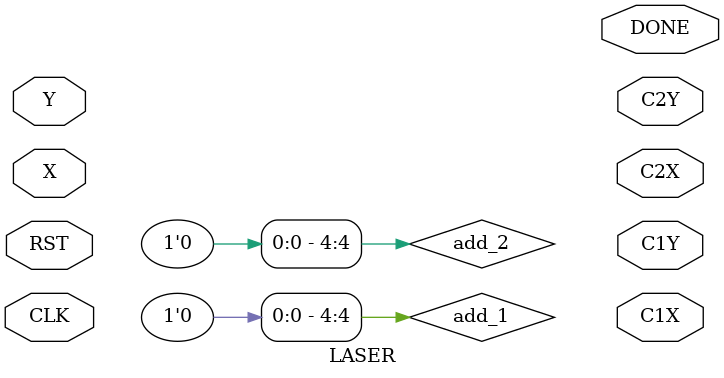
<source format=v>
module LASER (
           input CLK,
           input RST,
           input [3:0] X,
           input [3:0] Y,
           output reg [3:0] C1X,
           output reg [3:0] C1Y,
           output reg [3:0] C2X,
           output reg [3:0] C2Y,
           output reg DONE);

reg [3:0] bufferX [39:0];
reg [3:0] bufferY [39:0];

reg current_state;
reg next_state;
parameter  INIT = 0;
parameter READ = 1;
parameter CAL_CYCLE2_LOCATION = 2;
parameter CAL_COVER_RATE = 3;
parameter CAL_UP = 4;
parameter CAL_DOWN = 4;
parameter CAL_LEFT = 4;
parameter CAL_RIGHT = 4;


wire [4:0] add_1;
wire [4:0] add_2;
reg [3:0] temp_1;
reg [3:0] temp_2;
reg [3:0] temp_3;
reg [3:0] temp_4;
assign add_1 = (temp_1 + temp_2) >> 1;
assign add_2 = (temp_3 + temp_4) >> 1;
reg [5:0] counter;
integer i;

always @(posedge CLK)
begin
    if(RST)
    begin
        for(i=0;i<40;i=i+1)
        begin
            bufferX[i] <= 4'b0;
            bufferY[i] <= 4'b0;
        end
        counter <= 0;
        temp_1 <= 0;
        temp_2 <= 0;
        temp_3 <= 0;
        temp_4 <= 0;
    end
    else if(next_state == READ)
    begin
        if(counter == 0)
        begin
            bufferX[counter] <= X;
            bufferY[counter] <= Y;
            temp_1 <= X;
            temp_3 <= Y;
        end
        else
        begin
            bufferX[counter] <= X;
            bufferY[counter] <= Y;
            temp_1 <= add_1;
            temp_3 <= add_2;
            temp_2 <= X;
            temp_4 <= Y;
        end
    end
end

endmodule



</source>
